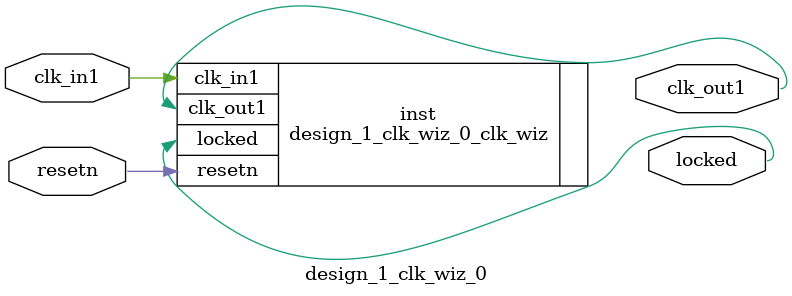
<source format=v>


`timescale 1ps/1ps

(* CORE_GENERATION_INFO = "design_1_clk_wiz_0,clk_wiz_v5_4_3_0,{component_name=design_1_clk_wiz_0,use_phase_alignment=true,use_min_o_jitter=false,use_max_i_jitter=false,use_dyn_phase_shift=false,use_inclk_switchover=false,use_dyn_reconfig=false,enable_axi=0,feedback_source=FDBK_AUTO,PRIMITIVE=MMCM,num_out_clk=1,clkin1_period=10.000,clkin2_period=10.000,use_power_down=false,use_reset=true,use_locked=true,use_inclk_stopped=false,feedback_type=SINGLE,CLOCK_MGR_TYPE=NA,manual_override=false}" *)

module design_1_clk_wiz_0 
 (
  // Clock out ports
  output        clk_out1,
  // Status and control signals
  input         resetn,
  output        locked,
 // Clock in ports
  input         clk_in1
 );

  design_1_clk_wiz_0_clk_wiz inst
  (
  // Clock out ports  
  .clk_out1(clk_out1),
  // Status and control signals               
  .resetn(resetn), 
  .locked(locked),
 // Clock in ports
  .clk_in1(clk_in1)
  );

endmodule

</source>
